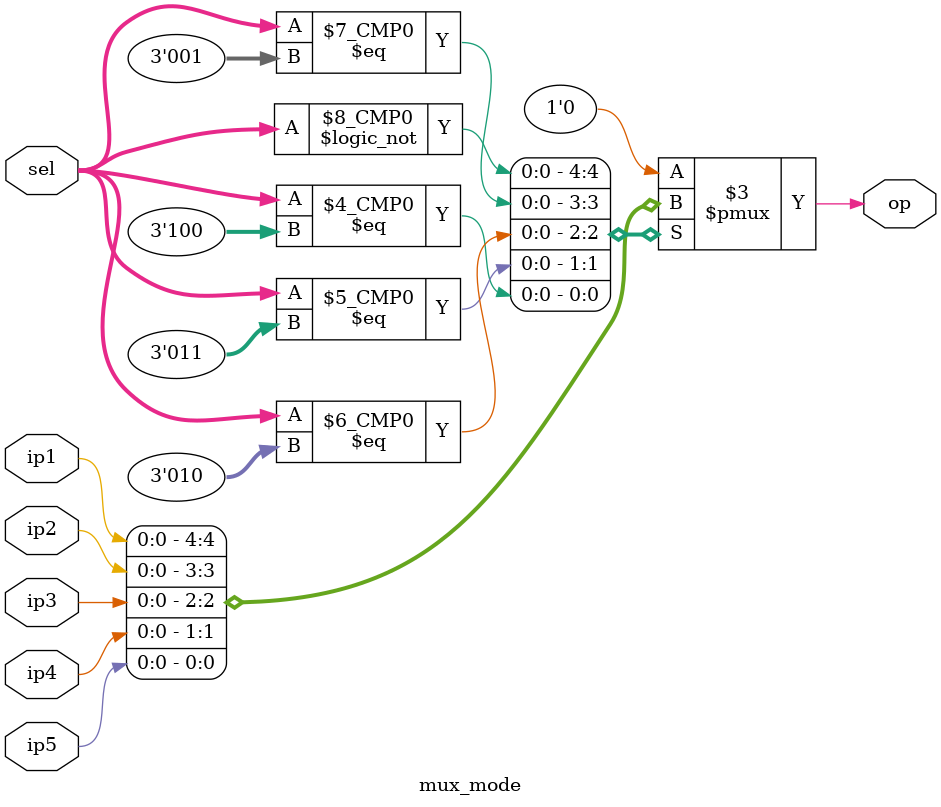
<source format=v>

module mux_mode(ip1,ip2,ip3,ip4,ip5,sel,op);
  inout ip1,ip2,ip3,ip4,ip5;
  input [2:0] sel;
  output op;
  reg op; 
  always @ (*)
    case (sel)
   3'b000: op=ip1;
   3'b001: op=ip2;
   3'b010: op=ip3;
   3'b011: op=ip4;
   3'b100: op=ip5;
   default: op = 0; //$display("Invalid control signals");
 endcase
endmodule

</source>
